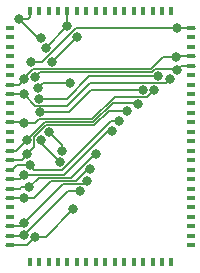
<source format=gbr>
%TF.GenerationSoftware,KiCad,Pcbnew,9.0.4*%
%TF.CreationDate,2025-11-13T11:37:52+01:00*%
%TF.ProjectId,Neptune-32x-315-5805-bypass,4e657074-756e-4652-9d33-32782d333135,rev?*%
%TF.SameCoordinates,Original*%
%TF.FileFunction,Copper,L2,Bot*%
%TF.FilePolarity,Positive*%
%FSLAX46Y46*%
G04 Gerber Fmt 4.6, Leading zero omitted, Abs format (unit mm)*
G04 Created by KiCad (PCBNEW 9.0.4) date 2025-11-13 11:37:52*
%MOMM*%
%LPD*%
G01*
G04 APERTURE LIST*
%TA.AperFunction,CastellatedPad*%
%ADD10R,0.700000X0.300000*%
%TD*%
%TA.AperFunction,CastellatedPad*%
%ADD11R,0.300000X0.700000*%
%TD*%
%TA.AperFunction,ViaPad*%
%ADD12C,0.800000*%
%TD*%
%TA.AperFunction,Conductor*%
%ADD13C,0.127000*%
%TD*%
G04 APERTURE END LIST*
D10*
%TO.P,IC1,1,RA4*%
%TO.N,VA4*%
X97422800Y-64505600D03*
%TO.P,IC1,2,RA3*%
%TO.N,VA3*%
X97422800Y-65305600D03*
%TO.P,IC1,3,RA2*%
%TO.N,VA2*%
X97422800Y-66105600D03*
%TO.P,IC1,4,RA1*%
%TO.N,VA1*%
X97422800Y-66905600D03*
%TO.P,IC1,5,GND*%
%TO.N,unconnected-(IC1-GND-Pad5)*%
X97422800Y-67705600D03*
%TO.P,IC1,6,VA23*%
%TO.N,VA23*%
X97422800Y-68505600D03*
%TO.P,IC1,7,VA22*%
%TO.N,VA22*%
X97422800Y-69305600D03*
%TO.P,IC1,8,OVA21*%
%TO.N,VA21*%
X97422800Y-70105600D03*
%TO.P,IC1,9,OVA20*%
%TO.N,VA20*%
X97422800Y-70905600D03*
%TO.P,IC1,10,OVA19*%
%TO.N,VA19*%
X97422800Y-71705600D03*
%TO.P,IC1,11,VA18*%
%TO.N,VA18*%
X97422800Y-72505600D03*
%TO.P,IC1,12,GND*%
%TO.N,unconnected-(IC1-GND-Pad12)*%
X97422800Y-73305600D03*
%TO.P,IC1,13,VA17*%
%TO.N,VA17*%
X97422800Y-74105600D03*
%TO.P,IC1,14,VA16*%
%TO.N,VA16*%
X97422800Y-74905600D03*
%TO.P,IC1,15,VA15*%
%TO.N,VA15*%
X97422800Y-75705600D03*
%TO.P,IC1,16,VA14*%
%TO.N,VA14*%
X97422800Y-76505600D03*
%TO.P,IC1,17,VA13*%
%TO.N,VA13*%
X97422800Y-77305600D03*
%TO.P,IC1,18,VA12*%
%TO.N,VA12*%
X97422800Y-78105600D03*
%TO.P,IC1,19,VA11*%
%TO.N,VA11*%
X97422800Y-78905600D03*
%TO.P,IC1,20,VA10*%
%TO.N,VA10*%
X97422800Y-79705600D03*
%TO.P,IC1,21,VA9*%
%TO.N,VA9*%
X97422800Y-80505600D03*
%TO.P,IC1,22,VA8*%
%TO.N,VA8*%
X97422800Y-81305600D03*
%TO.P,IC1,23,VA7*%
%TO.N,VA7*%
X97422800Y-82105600D03*
%TO.P,IC1,24,VA6*%
%TO.N,VA6*%
X97422800Y-82905600D03*
D11*
%TO.P,IC1,25,VA5*%
%TO.N,VA5*%
X99072800Y-84355600D03*
%TO.P,IC1,26,VA4*%
%TO.N,VA4*%
X99872800Y-84355600D03*
%TO.P,IC1,27,VA3*%
%TO.N,VA3*%
X100672800Y-84355600D03*
%TO.P,IC1,28,VA2*%
%TO.N,VA2*%
X101472800Y-84355600D03*
%TO.P,IC1,29,VA1*%
%TO.N,VA1*%
X102272800Y-84355600D03*
%TO.P,IC1,30,SHA21*%
%TO.N,unconnected-(IC1-SHA21-Pad30)*%
X103072800Y-84355600D03*
%TO.P,IC1,31,SHA20*%
%TO.N,unconnected-(IC1-SHA20-Pad31)*%
X103872800Y-84355600D03*
%TO.P,IC1,32,CKIO*%
%TO.N,unconnected-(IC1-CKIO-Pad32)*%
X104672800Y-84355600D03*
%TO.P,IC1,33,GND*%
%TO.N,unconnected-(IC1-GND-Pad33)*%
X105472800Y-84355600D03*
%TO.P,IC1,34,VDD*%
%TO.N,unconnected-(IC1-VDD-Pad34)*%
X106272800Y-84355600D03*
%TO.P,IC1,35,BREQ*%
%TO.N,unconnected-(IC1-BREQ-Pad35)*%
X107072800Y-84355600D03*
%TO.P,IC1,36,OBACK*%
%TO.N,unconnected-(IC1-OBACK-Pad36)*%
X107872800Y-84355600D03*
%TO.P,IC1,37,OBACK*%
%TO.N,unconnected-(IC1-OBACK-Pad37)*%
X108672800Y-84355600D03*
%TO.P,IC1,38,SHA19*%
%TO.N,unconnected-(IC1-SHA19-Pad38)*%
X109472800Y-84355600D03*
%TO.P,IC1,39,SHA18*%
%TO.N,unconnected-(IC1-SHA18-Pad39)*%
X110272800Y-84355600D03*
%TO.P,IC1,40,SHA1*%
%TO.N,unconnected-(IC1-SHA1-Pad40)*%
X111072800Y-84355600D03*
D10*
%TO.P,IC1,41,SHA2*%
%TO.N,unconnected-(IC1-SHA2-Pad41)*%
X112722800Y-82905600D03*
%TO.P,IC1,42,SHA3*%
%TO.N,unconnected-(IC1-SHA3-Pad42)*%
X112722800Y-82105600D03*
%TO.P,IC1,43,SHA4*%
%TO.N,unconnected-(IC1-SHA4-Pad43)*%
X112722800Y-81305600D03*
%TO.P,IC1,44,SHA5*%
%TO.N,unconnected-(IC1-SHA5-Pad44)*%
X112722800Y-80505600D03*
%TO.P,IC1,45,SHA6*%
%TO.N,unconnected-(IC1-SHA6-Pad45)*%
X112722800Y-79705600D03*
%TO.P,IC1,46,SHA7*%
%TO.N,unconnected-(IC1-SHA7-Pad46)*%
X112722800Y-78905600D03*
%TO.P,IC1,47,SHA8*%
%TO.N,unconnected-(IC1-SHA8-Pad47)*%
X112722800Y-78105600D03*
%TO.P,IC1,48,SHA9*%
%TO.N,unconnected-(IC1-SHA9-Pad48)*%
X112722800Y-77305600D03*
%TO.P,IC1,49,SHA10*%
%TO.N,unconnected-(IC1-SHA10-Pad49)*%
X112722800Y-76505600D03*
%TO.P,IC1,50,SHA11*%
%TO.N,unconnected-(IC1-SHA11-Pad50)*%
X112722800Y-75705600D03*
%TO.P,IC1,51,SHA12*%
%TO.N,unconnected-(IC1-SHA12-Pad51)*%
X112722800Y-74905600D03*
%TO.P,IC1,52,SHA13*%
%TO.N,unconnected-(IC1-SHA13-Pad52)*%
X112722800Y-74105600D03*
%TO.P,IC1,53,GND*%
%TO.N,unconnected-(IC1-GND-Pad53)*%
X112722800Y-73305600D03*
%TO.P,IC1,54,SHA14*%
%TO.N,unconnected-(IC1-SHA14-Pad54)*%
X112722800Y-72505600D03*
%TO.P,IC1,55,SHA15*%
%TO.N,unconnected-(IC1-SHA15-Pad55)*%
X112722800Y-71705600D03*
%TO.P,IC1,56,SHA16*%
%TO.N,unconnected-(IC1-SHA16-Pad56)*%
X112722800Y-70905600D03*
%TO.P,IC1,57,SHA17*%
%TO.N,unconnected-(IC1-SHA17-Pad57)*%
X112722800Y-70105600D03*
%TO.P,IC1,58,~{SEL}*%
%TO.N,unconnected-(IC1-~{SEL}-Pad58)*%
X112722800Y-69305600D03*
%TO.P,IC1,59,GND*%
%TO.N,unconnected-(IC1-GND-Pad59)*%
X112722800Y-68505600D03*
%TO.P,IC1,60,RA23*%
%TO.N,VA23*%
X112722800Y-67705600D03*
%TO.P,IC1,61,RA22*%
%TO.N,VA22*%
X112722800Y-66905600D03*
%TO.P,IC1,62,RA21*%
%TO.N,VA21*%
X112722800Y-66105600D03*
%TO.P,IC1,63,RA20*%
%TO.N,VA20*%
X112722800Y-65305600D03*
%TO.P,IC1,64,RA19*%
%TO.N,VA19*%
X112722800Y-64505600D03*
D11*
%TO.P,IC1,65,RA18*%
%TO.N,VA18*%
X111072800Y-63055600D03*
%TO.P,IC1,66,RA17*%
%TO.N,VA17*%
X110272800Y-63055600D03*
%TO.P,IC1,67,RA16*%
%TO.N,VA16*%
X109472800Y-63055600D03*
%TO.P,IC1,68,RA15*%
%TO.N,VA15*%
X108672800Y-63055600D03*
%TO.P,IC1,69,RA14*%
%TO.N,VA14*%
X107872800Y-63055600D03*
%TO.P,IC1,70,RA13*%
%TO.N,VA13*%
X107072800Y-63055600D03*
%TO.P,IC1,71,GND*%
%TO.N,unconnected-(IC1-GND-Pad71)*%
X106272800Y-63055600D03*
%TO.P,IC1,72,VDD*%
%TO.N,unconnected-(IC1-VDD-Pad72)*%
X105472800Y-63055600D03*
%TO.P,IC1,73,RA12*%
%TO.N,VA12*%
X104672800Y-63055600D03*
%TO.P,IC1,74,RA11*%
%TO.N,VA11*%
X103872800Y-63055600D03*
%TO.P,IC1,75,RA10*%
%TO.N,VA10*%
X103072800Y-63055600D03*
%TO.P,IC1,76,RA9*%
%TO.N,VA9*%
X102272800Y-63055600D03*
%TO.P,IC1,77,RA8*%
%TO.N,VA8*%
X101472800Y-63055600D03*
%TO.P,IC1,78,RA7*%
%TO.N,VA7*%
X100672800Y-63055600D03*
%TO.P,IC1,79,RA6*%
%TO.N,VA6*%
X99872800Y-63055600D03*
%TO.P,IC1,80,RA5*%
%TO.N,VA5*%
X99072800Y-63055600D03*
%TD*%
D12*
%TO.N,VA3*%
X100721300Y-73339600D03*
X101825700Y-74935700D03*
%TO.N,VA2*%
X101671900Y-75856100D03*
X100051500Y-74009500D03*
%TO.N,VA1*%
X102452400Y-69168100D03*
X99786200Y-69571900D03*
%TO.N,VA23*%
X111511700Y-68082400D03*
X99524400Y-68651500D03*
%TO.N,VA22*%
X98599400Y-68863600D03*
X111503100Y-66994000D03*
%TO.N,VA21*%
X110918000Y-68855400D03*
X98599800Y-70138400D03*
%TO.N,VA20*%
X109921200Y-68596300D03*
X99821100Y-70492300D03*
%TO.N,VA19*%
X99158200Y-67353700D03*
X111517500Y-64510900D03*
%TO.N,VA18*%
X98593900Y-72550600D03*
X109565600Y-69764000D03*
%TO.N,VA17*%
X99927100Y-71660000D03*
X108645200Y-69764000D03*
%TO.N,VA16*%
X108209300Y-70931700D03*
X98858500Y-73985900D03*
%TO.N,VA15*%
X107283300Y-71501000D03*
X98869500Y-75221600D03*
%TO.N,VA14*%
X106632700Y-72377200D03*
X99101800Y-76149300D03*
%TO.N,VA13*%
X98604600Y-76957600D03*
X106048900Y-73241200D03*
%TO.N,VA12*%
X104672800Y-75156100D03*
X99016000Y-78018500D03*
%TO.N,VA11*%
X98613200Y-78928200D03*
X104151100Y-76436300D03*
%TO.N,VA10*%
X103072800Y-65238800D03*
X100942500Y-67369100D03*
%TO.N,VA9*%
X100431700Y-66222500D03*
X102272800Y-64326500D03*
%TO.N,VA8*%
X103908600Y-77485000D03*
X98618700Y-81046000D03*
%TO.N,VA7*%
X98621500Y-82042800D03*
X103374500Y-78326400D03*
%TO.N,VA6*%
X99556200Y-82221000D03*
X102778500Y-79862800D03*
%TO.N,VA5*%
X100015700Y-65336800D03*
X98179600Y-63762100D03*
%TD*%
D13*
%TO.N,VA18*%
X109565600Y-69764000D02*
X108981800Y-70347800D01*
X108981800Y-70347800D02*
X106255000Y-70347800D01*
X106255000Y-70347800D02*
X104358900Y-72243900D01*
X104358900Y-72243900D02*
X99841100Y-72243900D01*
X99841100Y-72243900D02*
X99534400Y-72550600D01*
X99534400Y-72550600D02*
X98593900Y-72550600D01*
%TO.N,VA16*%
X108209300Y-70931700D02*
X108118200Y-70840600D01*
X100353100Y-72491300D02*
X98858500Y-73985900D01*
X108118200Y-70840600D02*
X106111900Y-70840600D01*
X106111900Y-70840600D02*
X104461200Y-72491300D01*
X104461200Y-72491300D02*
X100353100Y-72491300D01*
%TO.N,VA15*%
X100479600Y-72755800D02*
X99809900Y-73425500D01*
X106927500Y-71519200D02*
X105783000Y-71519200D01*
X99809900Y-73425500D02*
X99809900Y-73425700D01*
X99465300Y-73770200D02*
X99465300Y-74625800D01*
X105783000Y-71519200D02*
X104546400Y-72755800D01*
X106945700Y-71501000D02*
X106927500Y-71519200D01*
X107283300Y-71501000D02*
X106945700Y-71501000D01*
X99809800Y-73425700D02*
X99465300Y-73770200D01*
X104546400Y-72755800D02*
X100479600Y-72755800D01*
X99809900Y-73425700D02*
X99809800Y-73425700D01*
X99465300Y-74625800D02*
X98869500Y-75221600D01*
%TO.N,VA14*%
X97072800Y-76505600D02*
X97611400Y-76505600D01*
X97611400Y-76505600D02*
X97967700Y-76149300D01*
X97967700Y-76149300D02*
X99101800Y-76149300D01*
%TO.N,VA5*%
X99072800Y-62705600D02*
X99072800Y-63588800D01*
X99072800Y-63588800D02*
X98899500Y-63762100D01*
X98899500Y-63762100D02*
X98179600Y-63762100D01*
%TO.N,VA9*%
X102272800Y-62705600D02*
X102272800Y-64326500D01*
%TO.N,VA19*%
X113072800Y-64505600D02*
X111522800Y-64505600D01*
X111522800Y-64505600D02*
X111517500Y-64510900D01*
%TO.N,VA23*%
X113072800Y-67705600D02*
X111888500Y-67705600D01*
X111888500Y-67705600D02*
X111511700Y-68082400D01*
%TO.N,VA22*%
X113072800Y-66905600D02*
X111591500Y-66905600D01*
X111591500Y-66905600D02*
X111503100Y-66994000D01*
%TO.N,VA6*%
X97072800Y-82905600D02*
X98871600Y-82905600D01*
X98871600Y-82905600D02*
X99556200Y-82221000D01*
%TO.N,VA7*%
X97072800Y-82105600D02*
X98558700Y-82105600D01*
X98558700Y-82105600D02*
X98621500Y-82042800D01*
%TO.N,VA8*%
X97072800Y-81305600D02*
X98359100Y-81305600D01*
X98359100Y-81305600D02*
X98618700Y-81046000D01*
%TO.N,VA11*%
X97072800Y-78905600D02*
X98590600Y-78905600D01*
X98590600Y-78905600D02*
X98613200Y-78928200D01*
%TO.N,VA12*%
X97072800Y-78105600D02*
X98246600Y-78105600D01*
X98246600Y-78105600D02*
X98333700Y-78018500D01*
X98333700Y-78018500D02*
X99016000Y-78018500D01*
%TO.N,VA13*%
X97072800Y-77305600D02*
X98256600Y-77305600D01*
X98256600Y-77305600D02*
X98604600Y-76957600D01*
%TO.N,VA15*%
X97028000Y-75692000D02*
X98399100Y-75692000D01*
X98399100Y-75692000D02*
X98869500Y-75221600D01*
%TO.N,VA16*%
X97053400Y-74904600D02*
X97939800Y-74904600D01*
X97939800Y-74904600D02*
X98858500Y-73985900D01*
%TO.N,VA18*%
X97072800Y-72505600D02*
X98548900Y-72505600D01*
X98548900Y-72505600D02*
X98593900Y-72550600D01*
%TO.N,VA21*%
X98599800Y-70138400D02*
X98567000Y-70105600D01*
X98567000Y-70105600D02*
X97072800Y-70105600D01*
%TO.N,VA22*%
X98599400Y-68863600D02*
X98157400Y-69305600D01*
X98157400Y-69305600D02*
X97072800Y-69305600D01*
%TO.N,VA3*%
X101825700Y-74444000D02*
X100721300Y-73339600D01*
X101825700Y-74935700D02*
X101825700Y-74444000D01*
%TO.N,VA2*%
X100051500Y-74235700D02*
X100051500Y-74009500D01*
X101671900Y-75856100D02*
X100051500Y-74235700D01*
%TO.N,VA1*%
X102452400Y-69168100D02*
X100190000Y-69168100D01*
X100190000Y-69168100D02*
X99786200Y-69571900D01*
%TO.N,VA23*%
X111441800Y-68012500D02*
X109679500Y-68012500D01*
X109447400Y-68244600D02*
X99931300Y-68244600D01*
X111511700Y-68082400D02*
X111441800Y-68012500D01*
X99931300Y-68244600D02*
X99524400Y-68651500D01*
X109679500Y-68012500D02*
X109447400Y-68244600D01*
%TO.N,VA22*%
X98599400Y-68749800D02*
X98599400Y-68863600D01*
X99351900Y-67997300D02*
X98599400Y-68749800D01*
X110348300Y-66994000D02*
X109345000Y-67997300D01*
X111503100Y-66994000D02*
X110348300Y-66994000D01*
X109345000Y-67997300D02*
X99351900Y-67997300D01*
%TO.N,VA21*%
X110918000Y-68855400D02*
X110593200Y-69180200D01*
X110593200Y-69180200D02*
X104144600Y-69180200D01*
X104144600Y-69180200D02*
X102248600Y-71076200D01*
X99537600Y-71076200D02*
X98599800Y-70138400D01*
X102248600Y-71076200D02*
X99537600Y-71076200D01*
%TO.N,VA20*%
X102221200Y-70492300D02*
X99821100Y-70492300D01*
X109921200Y-68596300D02*
X104117200Y-68596300D01*
X104117200Y-68596300D02*
X102221200Y-70492300D01*
%TO.N,VA19*%
X100126100Y-67353700D02*
X102968900Y-64510900D01*
X99158200Y-67353700D02*
X100126100Y-67353700D01*
X102968900Y-64510900D02*
X111517500Y-64510900D01*
%TO.N,VA17*%
X104260200Y-69764000D02*
X102364200Y-71660000D01*
X108645200Y-69764000D02*
X104260200Y-69764000D01*
X102364200Y-71660000D02*
X99927100Y-71660000D01*
%TO.N,VA14*%
X99476400Y-76523900D02*
X99101800Y-76149300D01*
X101830000Y-76523900D02*
X99476400Y-76523900D01*
X106632700Y-72377200D02*
X105976700Y-72377200D01*
X105976700Y-72377200D02*
X101830000Y-76523900D01*
%TO.N,VA13*%
X101950800Y-76957600D02*
X105667200Y-73241200D01*
X105667200Y-73241200D02*
X106048900Y-73241200D01*
X98604600Y-76957600D02*
X101950800Y-76957600D01*
%TO.N,VA12*%
X99829500Y-77205000D02*
X102556900Y-77205000D01*
X102556900Y-77205000D02*
X104605800Y-75156100D01*
X99016000Y-78018500D02*
X99829500Y-77205000D01*
X104605800Y-75156100D02*
X104672800Y-75156100D01*
%TO.N,VA11*%
X104151100Y-76436300D02*
X104039500Y-76436300D01*
X100851600Y-77488300D02*
X99411700Y-78928200D01*
X99411700Y-78928200D02*
X98613200Y-78928200D01*
X104039500Y-76436300D02*
X102987500Y-77488300D01*
X102987500Y-77488300D02*
X100851600Y-77488300D01*
%TO.N,VA10*%
X100942500Y-67369100D02*
X103072800Y-65238800D01*
%TO.N,VA9*%
X100431700Y-66167600D02*
X100431700Y-66222500D01*
X102272800Y-64326500D02*
X100431700Y-66167600D01*
%TO.N,VA8*%
X101929000Y-77735700D02*
X103657900Y-77735700D01*
X103657900Y-77735700D02*
X103908600Y-77485000D01*
X98618700Y-81046000D02*
X101929000Y-77735700D01*
%TO.N,VA7*%
X102337900Y-78326400D02*
X103374500Y-78326400D01*
X98621500Y-82042800D02*
X102337900Y-78326400D01*
%TO.N,VA6*%
X102778500Y-79862800D02*
X100420300Y-82221000D01*
X100420300Y-82221000D02*
X99556200Y-82221000D01*
%TO.N,VA5*%
X99754300Y-65336800D02*
X100015700Y-65336800D01*
X98179600Y-63762100D02*
X99754300Y-65336800D01*
%TD*%
M02*

</source>
